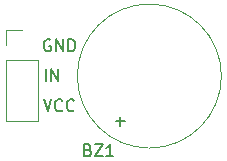
<source format=gbr>
%TF.GenerationSoftware,KiCad,Pcbnew,5.1.5-52549c5~86~ubuntu16.04.1*%
%TF.CreationDate,2020-11-10T00:01:26+05:30*%
%TF.ProjectId,Buzzer Module V1.0,42757a7a-6572-4204-9d6f-64756c652056,V1.0*%
%TF.SameCoordinates,Original*%
%TF.FileFunction,Legend,Top*%
%TF.FilePolarity,Positive*%
%FSLAX46Y46*%
G04 Gerber Fmt 4.6, Leading zero omitted, Abs format (unit mm)*
G04 Created by KiCad (PCBNEW 5.1.5-52549c5~86~ubuntu16.04.1) date 2020-11-10 00:01:26*
%MOMM*%
%LPD*%
G04 APERTURE LIST*
%ADD10C,0.200000*%
%ADD11C,0.120000*%
%ADD12C,0.150000*%
G04 APERTURE END LIST*
D10*
X119316666Y-124547380D02*
X119650000Y-125547380D01*
X119983333Y-124547380D01*
X120888095Y-125452142D02*
X120840476Y-125499761D01*
X120697619Y-125547380D01*
X120602380Y-125547380D01*
X120459523Y-125499761D01*
X120364285Y-125404523D01*
X120316666Y-125309285D01*
X120269047Y-125118809D01*
X120269047Y-124975952D01*
X120316666Y-124785476D01*
X120364285Y-124690238D01*
X120459523Y-124595000D01*
X120602380Y-124547380D01*
X120697619Y-124547380D01*
X120840476Y-124595000D01*
X120888095Y-124642619D01*
X121888095Y-125452142D02*
X121840476Y-125499761D01*
X121697619Y-125547380D01*
X121602380Y-125547380D01*
X121459523Y-125499761D01*
X121364285Y-125404523D01*
X121316666Y-125309285D01*
X121269047Y-125118809D01*
X121269047Y-124975952D01*
X121316666Y-124785476D01*
X121364285Y-124690238D01*
X121459523Y-124595000D01*
X121602380Y-124547380D01*
X121697619Y-124547380D01*
X121840476Y-124595000D01*
X121888095Y-124642619D01*
X119491190Y-123007380D02*
X119491190Y-122007380D01*
X119967380Y-123007380D02*
X119967380Y-122007380D01*
X120538809Y-123007380D01*
X120538809Y-122007380D01*
X119888095Y-119515000D02*
X119792857Y-119467380D01*
X119650000Y-119467380D01*
X119507142Y-119515000D01*
X119411904Y-119610238D01*
X119364285Y-119705476D01*
X119316666Y-119895952D01*
X119316666Y-120038809D01*
X119364285Y-120229285D01*
X119411904Y-120324523D01*
X119507142Y-120419761D01*
X119650000Y-120467380D01*
X119745238Y-120467380D01*
X119888095Y-120419761D01*
X119935714Y-120372142D01*
X119935714Y-120038809D01*
X119745238Y-120038809D01*
X120364285Y-120467380D02*
X120364285Y-119467380D01*
X120935714Y-120467380D01*
X120935714Y-119467380D01*
X121411904Y-120467380D02*
X121411904Y-119467380D01*
X121650000Y-119467380D01*
X121792857Y-119515000D01*
X121888095Y-119610238D01*
X121935714Y-119705476D01*
X121983333Y-119895952D01*
X121983333Y-120038809D01*
X121935714Y-120229285D01*
X121888095Y-120324523D01*
X121792857Y-120419761D01*
X121650000Y-120467380D01*
X121411904Y-120467380D01*
D11*
%TO.C,J1*%
X116145000Y-118630000D02*
X117475000Y-118630000D01*
X116145000Y-119960000D02*
X116145000Y-118630000D01*
X116145000Y-121230000D02*
X118805000Y-121230000D01*
X118805000Y-121230000D02*
X118805000Y-126370000D01*
X116145000Y-121230000D02*
X116145000Y-126370000D01*
X116145000Y-126370000D02*
X118805000Y-126370000D01*
%TO.C,BZ1*%
X134370000Y-122565000D02*
G75*
G03X134370000Y-122565000I-6100000J0D01*
G01*
D12*
X123071047Y-128833571D02*
X123213904Y-128881190D01*
X123261523Y-128928809D01*
X123309142Y-129024047D01*
X123309142Y-129166904D01*
X123261523Y-129262142D01*
X123213904Y-129309761D01*
X123118666Y-129357380D01*
X122737714Y-129357380D01*
X122737714Y-128357380D01*
X123071047Y-128357380D01*
X123166285Y-128405000D01*
X123213904Y-128452619D01*
X123261523Y-128547857D01*
X123261523Y-128643095D01*
X123213904Y-128738333D01*
X123166285Y-128785952D01*
X123071047Y-128833571D01*
X122737714Y-128833571D01*
X123642476Y-128357380D02*
X124309142Y-128357380D01*
X123642476Y-129357380D01*
X124309142Y-129357380D01*
X125213904Y-129357380D02*
X124642476Y-129357380D01*
X124928190Y-129357380D02*
X124928190Y-128357380D01*
X124832952Y-128500238D01*
X124737714Y-128595476D01*
X124642476Y-128643095D01*
X125801428Y-126755952D02*
X125801428Y-125994047D01*
X126182380Y-126375000D02*
X125420476Y-126375000D01*
%TD*%
M02*

</source>
